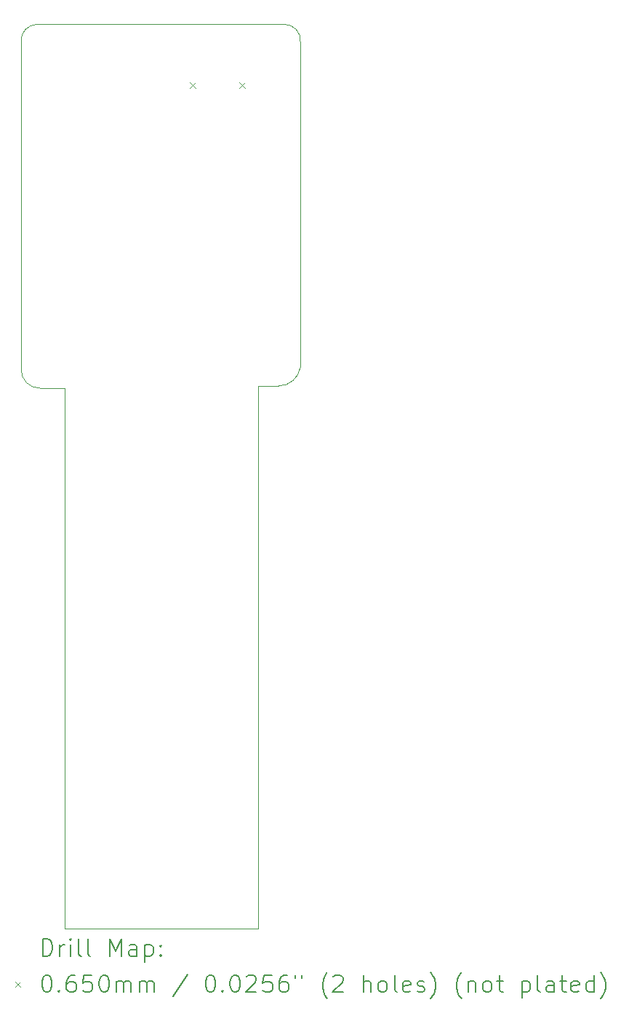
<source format=gbr>
%TF.GenerationSoftware,KiCad,Pcbnew,(6.0.11-0)*%
%TF.CreationDate,2023-11-09T08:58:22+01:00*%
%TF.ProjectId,ZESP32,5a455350-3332-42e6-9b69-6361645f7063,rev?*%
%TF.SameCoordinates,Original*%
%TF.FileFunction,Drillmap*%
%TF.FilePolarity,Positive*%
%FSLAX45Y45*%
G04 Gerber Fmt 4.5, Leading zero omitted, Abs format (unit mm)*
G04 Created by KiCad (PCBNEW (6.0.11-0)) date 2023-11-09 08:58:22*
%MOMM*%
%LPD*%
G01*
G04 APERTURE LIST*
%ADD10C,0.100000*%
%ADD11C,0.200000*%
%ADD12C,0.065000*%
G04 APERTURE END LIST*
D10*
X8178800Y-4572000D02*
X8178800Y-8382000D01*
X11430000Y-4572000D02*
X11430000Y-8356600D01*
X8362950Y-4368800D02*
X11245850Y-4368800D01*
X11176000Y-8572500D02*
X10934700Y-8572500D01*
X11176000Y-8572498D02*
G75*
G03*
X11430000Y-8356600I-260J257668D01*
G01*
X8178800Y-8382000D02*
G75*
G03*
X8394700Y-8597900I215900J0D01*
G01*
X11429997Y-4572000D02*
G75*
G03*
X11245850Y-4368800I-184147J18160D01*
G01*
X10934700Y-14884400D02*
X8686800Y-14884400D01*
X10934700Y-8572500D02*
X10934700Y-14884400D01*
X8362950Y-4368793D02*
G75*
G03*
X8178800Y-4572000I1560J-186457D01*
G01*
X8686800Y-14884400D02*
X8686800Y-8597900D01*
X8394700Y-8597900D02*
X8686800Y-8597900D01*
D11*
D12*
X10143300Y-5040800D02*
X10208300Y-5105800D01*
X10208300Y-5040800D02*
X10143300Y-5105800D01*
X10721300Y-5040800D02*
X10786300Y-5105800D01*
X10786300Y-5040800D02*
X10721300Y-5105800D01*
D11*
X8430665Y-15199876D02*
X8430665Y-14999876D01*
X8478284Y-14999876D01*
X8506856Y-15009400D01*
X8525903Y-15028448D01*
X8535427Y-15047495D01*
X8544951Y-15085590D01*
X8544951Y-15114162D01*
X8535427Y-15152257D01*
X8525903Y-15171305D01*
X8506856Y-15190352D01*
X8478284Y-15199876D01*
X8430665Y-15199876D01*
X8630665Y-15199876D02*
X8630665Y-15066543D01*
X8630665Y-15104638D02*
X8640189Y-15085590D01*
X8649713Y-15076067D01*
X8668760Y-15066543D01*
X8687808Y-15066543D01*
X8754475Y-15199876D02*
X8754475Y-15066543D01*
X8754475Y-14999876D02*
X8744951Y-15009400D01*
X8754475Y-15018924D01*
X8763999Y-15009400D01*
X8754475Y-14999876D01*
X8754475Y-15018924D01*
X8878284Y-15199876D02*
X8859237Y-15190352D01*
X8849713Y-15171305D01*
X8849713Y-14999876D01*
X8983046Y-15199876D02*
X8963999Y-15190352D01*
X8954475Y-15171305D01*
X8954475Y-14999876D01*
X9211618Y-15199876D02*
X9211618Y-14999876D01*
X9278284Y-15142733D01*
X9344951Y-14999876D01*
X9344951Y-15199876D01*
X9525903Y-15199876D02*
X9525903Y-15095114D01*
X9516380Y-15076067D01*
X9497332Y-15066543D01*
X9459237Y-15066543D01*
X9440189Y-15076067D01*
X9525903Y-15190352D02*
X9506856Y-15199876D01*
X9459237Y-15199876D01*
X9440189Y-15190352D01*
X9430665Y-15171305D01*
X9430665Y-15152257D01*
X9440189Y-15133209D01*
X9459237Y-15123686D01*
X9506856Y-15123686D01*
X9525903Y-15114162D01*
X9621141Y-15066543D02*
X9621141Y-15266543D01*
X9621141Y-15076067D02*
X9640189Y-15066543D01*
X9678284Y-15066543D01*
X9697332Y-15076067D01*
X9706856Y-15085590D01*
X9716380Y-15104638D01*
X9716380Y-15161781D01*
X9706856Y-15180828D01*
X9697332Y-15190352D01*
X9678284Y-15199876D01*
X9640189Y-15199876D01*
X9621141Y-15190352D01*
X9802094Y-15180828D02*
X9811618Y-15190352D01*
X9802094Y-15199876D01*
X9792570Y-15190352D01*
X9802094Y-15180828D01*
X9802094Y-15199876D01*
X9802094Y-15076067D02*
X9811618Y-15085590D01*
X9802094Y-15095114D01*
X9792570Y-15085590D01*
X9802094Y-15076067D01*
X9802094Y-15095114D01*
D12*
X8108046Y-15496900D02*
X8173046Y-15561900D01*
X8173046Y-15496900D02*
X8108046Y-15561900D01*
D11*
X8468760Y-15419876D02*
X8487808Y-15419876D01*
X8506856Y-15429400D01*
X8516380Y-15438924D01*
X8525903Y-15457971D01*
X8535427Y-15496067D01*
X8535427Y-15543686D01*
X8525903Y-15581781D01*
X8516380Y-15600828D01*
X8506856Y-15610352D01*
X8487808Y-15619876D01*
X8468760Y-15619876D01*
X8449713Y-15610352D01*
X8440189Y-15600828D01*
X8430665Y-15581781D01*
X8421141Y-15543686D01*
X8421141Y-15496067D01*
X8430665Y-15457971D01*
X8440189Y-15438924D01*
X8449713Y-15429400D01*
X8468760Y-15419876D01*
X8621141Y-15600828D02*
X8630665Y-15610352D01*
X8621141Y-15619876D01*
X8611618Y-15610352D01*
X8621141Y-15600828D01*
X8621141Y-15619876D01*
X8802094Y-15419876D02*
X8763999Y-15419876D01*
X8744951Y-15429400D01*
X8735427Y-15438924D01*
X8716380Y-15467495D01*
X8706856Y-15505590D01*
X8706856Y-15581781D01*
X8716380Y-15600828D01*
X8725903Y-15610352D01*
X8744951Y-15619876D01*
X8783046Y-15619876D01*
X8802094Y-15610352D01*
X8811618Y-15600828D01*
X8821141Y-15581781D01*
X8821141Y-15534162D01*
X8811618Y-15515114D01*
X8802094Y-15505590D01*
X8783046Y-15496067D01*
X8744951Y-15496067D01*
X8725903Y-15505590D01*
X8716380Y-15515114D01*
X8706856Y-15534162D01*
X9002094Y-15419876D02*
X8906856Y-15419876D01*
X8897332Y-15515114D01*
X8906856Y-15505590D01*
X8925903Y-15496067D01*
X8973522Y-15496067D01*
X8992570Y-15505590D01*
X9002094Y-15515114D01*
X9011618Y-15534162D01*
X9011618Y-15581781D01*
X9002094Y-15600828D01*
X8992570Y-15610352D01*
X8973522Y-15619876D01*
X8925903Y-15619876D01*
X8906856Y-15610352D01*
X8897332Y-15600828D01*
X9135427Y-15419876D02*
X9154475Y-15419876D01*
X9173522Y-15429400D01*
X9183046Y-15438924D01*
X9192570Y-15457971D01*
X9202094Y-15496067D01*
X9202094Y-15543686D01*
X9192570Y-15581781D01*
X9183046Y-15600828D01*
X9173522Y-15610352D01*
X9154475Y-15619876D01*
X9135427Y-15619876D01*
X9116380Y-15610352D01*
X9106856Y-15600828D01*
X9097332Y-15581781D01*
X9087808Y-15543686D01*
X9087808Y-15496067D01*
X9097332Y-15457971D01*
X9106856Y-15438924D01*
X9116380Y-15429400D01*
X9135427Y-15419876D01*
X9287808Y-15619876D02*
X9287808Y-15486543D01*
X9287808Y-15505590D02*
X9297332Y-15496067D01*
X9316380Y-15486543D01*
X9344951Y-15486543D01*
X9363999Y-15496067D01*
X9373522Y-15515114D01*
X9373522Y-15619876D01*
X9373522Y-15515114D02*
X9383046Y-15496067D01*
X9402094Y-15486543D01*
X9430665Y-15486543D01*
X9449713Y-15496067D01*
X9459237Y-15515114D01*
X9459237Y-15619876D01*
X9554475Y-15619876D02*
X9554475Y-15486543D01*
X9554475Y-15505590D02*
X9563999Y-15496067D01*
X9583046Y-15486543D01*
X9611618Y-15486543D01*
X9630665Y-15496067D01*
X9640189Y-15515114D01*
X9640189Y-15619876D01*
X9640189Y-15515114D02*
X9649713Y-15496067D01*
X9668760Y-15486543D01*
X9697332Y-15486543D01*
X9716380Y-15496067D01*
X9725903Y-15515114D01*
X9725903Y-15619876D01*
X10116380Y-15410352D02*
X9944951Y-15667495D01*
X10373522Y-15419876D02*
X10392570Y-15419876D01*
X10411618Y-15429400D01*
X10421141Y-15438924D01*
X10430665Y-15457971D01*
X10440189Y-15496067D01*
X10440189Y-15543686D01*
X10430665Y-15581781D01*
X10421141Y-15600828D01*
X10411618Y-15610352D01*
X10392570Y-15619876D01*
X10373522Y-15619876D01*
X10354475Y-15610352D01*
X10344951Y-15600828D01*
X10335427Y-15581781D01*
X10325903Y-15543686D01*
X10325903Y-15496067D01*
X10335427Y-15457971D01*
X10344951Y-15438924D01*
X10354475Y-15429400D01*
X10373522Y-15419876D01*
X10525903Y-15600828D02*
X10535427Y-15610352D01*
X10525903Y-15619876D01*
X10516380Y-15610352D01*
X10525903Y-15600828D01*
X10525903Y-15619876D01*
X10659237Y-15419876D02*
X10678284Y-15419876D01*
X10697332Y-15429400D01*
X10706856Y-15438924D01*
X10716380Y-15457971D01*
X10725903Y-15496067D01*
X10725903Y-15543686D01*
X10716380Y-15581781D01*
X10706856Y-15600828D01*
X10697332Y-15610352D01*
X10678284Y-15619876D01*
X10659237Y-15619876D01*
X10640189Y-15610352D01*
X10630665Y-15600828D01*
X10621141Y-15581781D01*
X10611618Y-15543686D01*
X10611618Y-15496067D01*
X10621141Y-15457971D01*
X10630665Y-15438924D01*
X10640189Y-15429400D01*
X10659237Y-15419876D01*
X10802094Y-15438924D02*
X10811618Y-15429400D01*
X10830665Y-15419876D01*
X10878284Y-15419876D01*
X10897332Y-15429400D01*
X10906856Y-15438924D01*
X10916380Y-15457971D01*
X10916380Y-15477019D01*
X10906856Y-15505590D01*
X10792570Y-15619876D01*
X10916380Y-15619876D01*
X11097332Y-15419876D02*
X11002094Y-15419876D01*
X10992570Y-15515114D01*
X11002094Y-15505590D01*
X11021141Y-15496067D01*
X11068760Y-15496067D01*
X11087808Y-15505590D01*
X11097332Y-15515114D01*
X11106856Y-15534162D01*
X11106856Y-15581781D01*
X11097332Y-15600828D01*
X11087808Y-15610352D01*
X11068760Y-15619876D01*
X11021141Y-15619876D01*
X11002094Y-15610352D01*
X10992570Y-15600828D01*
X11278284Y-15419876D02*
X11240189Y-15419876D01*
X11221141Y-15429400D01*
X11211618Y-15438924D01*
X11192570Y-15467495D01*
X11183046Y-15505590D01*
X11183046Y-15581781D01*
X11192570Y-15600828D01*
X11202094Y-15610352D01*
X11221141Y-15619876D01*
X11259237Y-15619876D01*
X11278284Y-15610352D01*
X11287808Y-15600828D01*
X11297332Y-15581781D01*
X11297332Y-15534162D01*
X11287808Y-15515114D01*
X11278284Y-15505590D01*
X11259237Y-15496067D01*
X11221141Y-15496067D01*
X11202094Y-15505590D01*
X11192570Y-15515114D01*
X11183046Y-15534162D01*
X11373522Y-15419876D02*
X11373522Y-15457971D01*
X11449713Y-15419876D02*
X11449713Y-15457971D01*
X11744951Y-15696067D02*
X11735427Y-15686543D01*
X11716379Y-15657971D01*
X11706856Y-15638924D01*
X11697332Y-15610352D01*
X11687808Y-15562733D01*
X11687808Y-15524638D01*
X11697332Y-15477019D01*
X11706856Y-15448448D01*
X11716379Y-15429400D01*
X11735427Y-15400828D01*
X11744951Y-15391305D01*
X11811618Y-15438924D02*
X11821141Y-15429400D01*
X11840189Y-15419876D01*
X11887808Y-15419876D01*
X11906856Y-15429400D01*
X11916379Y-15438924D01*
X11925903Y-15457971D01*
X11925903Y-15477019D01*
X11916379Y-15505590D01*
X11802094Y-15619876D01*
X11925903Y-15619876D01*
X12163998Y-15619876D02*
X12163998Y-15419876D01*
X12249713Y-15619876D02*
X12249713Y-15515114D01*
X12240189Y-15496067D01*
X12221141Y-15486543D01*
X12192570Y-15486543D01*
X12173522Y-15496067D01*
X12163998Y-15505590D01*
X12373522Y-15619876D02*
X12354475Y-15610352D01*
X12344951Y-15600828D01*
X12335427Y-15581781D01*
X12335427Y-15524638D01*
X12344951Y-15505590D01*
X12354475Y-15496067D01*
X12373522Y-15486543D01*
X12402094Y-15486543D01*
X12421141Y-15496067D01*
X12430665Y-15505590D01*
X12440189Y-15524638D01*
X12440189Y-15581781D01*
X12430665Y-15600828D01*
X12421141Y-15610352D01*
X12402094Y-15619876D01*
X12373522Y-15619876D01*
X12554475Y-15619876D02*
X12535427Y-15610352D01*
X12525903Y-15591305D01*
X12525903Y-15419876D01*
X12706856Y-15610352D02*
X12687808Y-15619876D01*
X12649713Y-15619876D01*
X12630665Y-15610352D01*
X12621141Y-15591305D01*
X12621141Y-15515114D01*
X12630665Y-15496067D01*
X12649713Y-15486543D01*
X12687808Y-15486543D01*
X12706856Y-15496067D01*
X12716379Y-15515114D01*
X12716379Y-15534162D01*
X12621141Y-15553209D01*
X12792570Y-15610352D02*
X12811618Y-15619876D01*
X12849713Y-15619876D01*
X12868760Y-15610352D01*
X12878284Y-15591305D01*
X12878284Y-15581781D01*
X12868760Y-15562733D01*
X12849713Y-15553209D01*
X12821141Y-15553209D01*
X12802094Y-15543686D01*
X12792570Y-15524638D01*
X12792570Y-15515114D01*
X12802094Y-15496067D01*
X12821141Y-15486543D01*
X12849713Y-15486543D01*
X12868760Y-15496067D01*
X12944951Y-15696067D02*
X12954475Y-15686543D01*
X12973522Y-15657971D01*
X12983046Y-15638924D01*
X12992570Y-15610352D01*
X13002094Y-15562733D01*
X13002094Y-15524638D01*
X12992570Y-15477019D01*
X12983046Y-15448448D01*
X12973522Y-15429400D01*
X12954475Y-15400828D01*
X12944951Y-15391305D01*
X13306856Y-15696067D02*
X13297332Y-15686543D01*
X13278284Y-15657971D01*
X13268760Y-15638924D01*
X13259237Y-15610352D01*
X13249713Y-15562733D01*
X13249713Y-15524638D01*
X13259237Y-15477019D01*
X13268760Y-15448448D01*
X13278284Y-15429400D01*
X13297332Y-15400828D01*
X13306856Y-15391305D01*
X13383046Y-15486543D02*
X13383046Y-15619876D01*
X13383046Y-15505590D02*
X13392570Y-15496067D01*
X13411618Y-15486543D01*
X13440189Y-15486543D01*
X13459237Y-15496067D01*
X13468760Y-15515114D01*
X13468760Y-15619876D01*
X13592570Y-15619876D02*
X13573522Y-15610352D01*
X13563998Y-15600828D01*
X13554475Y-15581781D01*
X13554475Y-15524638D01*
X13563998Y-15505590D01*
X13573522Y-15496067D01*
X13592570Y-15486543D01*
X13621141Y-15486543D01*
X13640189Y-15496067D01*
X13649713Y-15505590D01*
X13659237Y-15524638D01*
X13659237Y-15581781D01*
X13649713Y-15600828D01*
X13640189Y-15610352D01*
X13621141Y-15619876D01*
X13592570Y-15619876D01*
X13716379Y-15486543D02*
X13792570Y-15486543D01*
X13744951Y-15419876D02*
X13744951Y-15591305D01*
X13754475Y-15610352D01*
X13773522Y-15619876D01*
X13792570Y-15619876D01*
X14011618Y-15486543D02*
X14011618Y-15686543D01*
X14011618Y-15496067D02*
X14030665Y-15486543D01*
X14068760Y-15486543D01*
X14087808Y-15496067D01*
X14097332Y-15505590D01*
X14106856Y-15524638D01*
X14106856Y-15581781D01*
X14097332Y-15600828D01*
X14087808Y-15610352D01*
X14068760Y-15619876D01*
X14030665Y-15619876D01*
X14011618Y-15610352D01*
X14221141Y-15619876D02*
X14202094Y-15610352D01*
X14192570Y-15591305D01*
X14192570Y-15419876D01*
X14383046Y-15619876D02*
X14383046Y-15515114D01*
X14373522Y-15496067D01*
X14354475Y-15486543D01*
X14316379Y-15486543D01*
X14297332Y-15496067D01*
X14383046Y-15610352D02*
X14363998Y-15619876D01*
X14316379Y-15619876D01*
X14297332Y-15610352D01*
X14287808Y-15591305D01*
X14287808Y-15572257D01*
X14297332Y-15553209D01*
X14316379Y-15543686D01*
X14363998Y-15543686D01*
X14383046Y-15534162D01*
X14449713Y-15486543D02*
X14525903Y-15486543D01*
X14478284Y-15419876D02*
X14478284Y-15591305D01*
X14487808Y-15610352D01*
X14506856Y-15619876D01*
X14525903Y-15619876D01*
X14668760Y-15610352D02*
X14649713Y-15619876D01*
X14611618Y-15619876D01*
X14592570Y-15610352D01*
X14583046Y-15591305D01*
X14583046Y-15515114D01*
X14592570Y-15496067D01*
X14611618Y-15486543D01*
X14649713Y-15486543D01*
X14668760Y-15496067D01*
X14678284Y-15515114D01*
X14678284Y-15534162D01*
X14583046Y-15553209D01*
X14849713Y-15619876D02*
X14849713Y-15419876D01*
X14849713Y-15610352D02*
X14830665Y-15619876D01*
X14792570Y-15619876D01*
X14773522Y-15610352D01*
X14763998Y-15600828D01*
X14754475Y-15581781D01*
X14754475Y-15524638D01*
X14763998Y-15505590D01*
X14773522Y-15496067D01*
X14792570Y-15486543D01*
X14830665Y-15486543D01*
X14849713Y-15496067D01*
X14925903Y-15696067D02*
X14935427Y-15686543D01*
X14954475Y-15657971D01*
X14963998Y-15638924D01*
X14973522Y-15610352D01*
X14983046Y-15562733D01*
X14983046Y-15524638D01*
X14973522Y-15477019D01*
X14963998Y-15448448D01*
X14954475Y-15429400D01*
X14935427Y-15400828D01*
X14925903Y-15391305D01*
M02*

</source>
